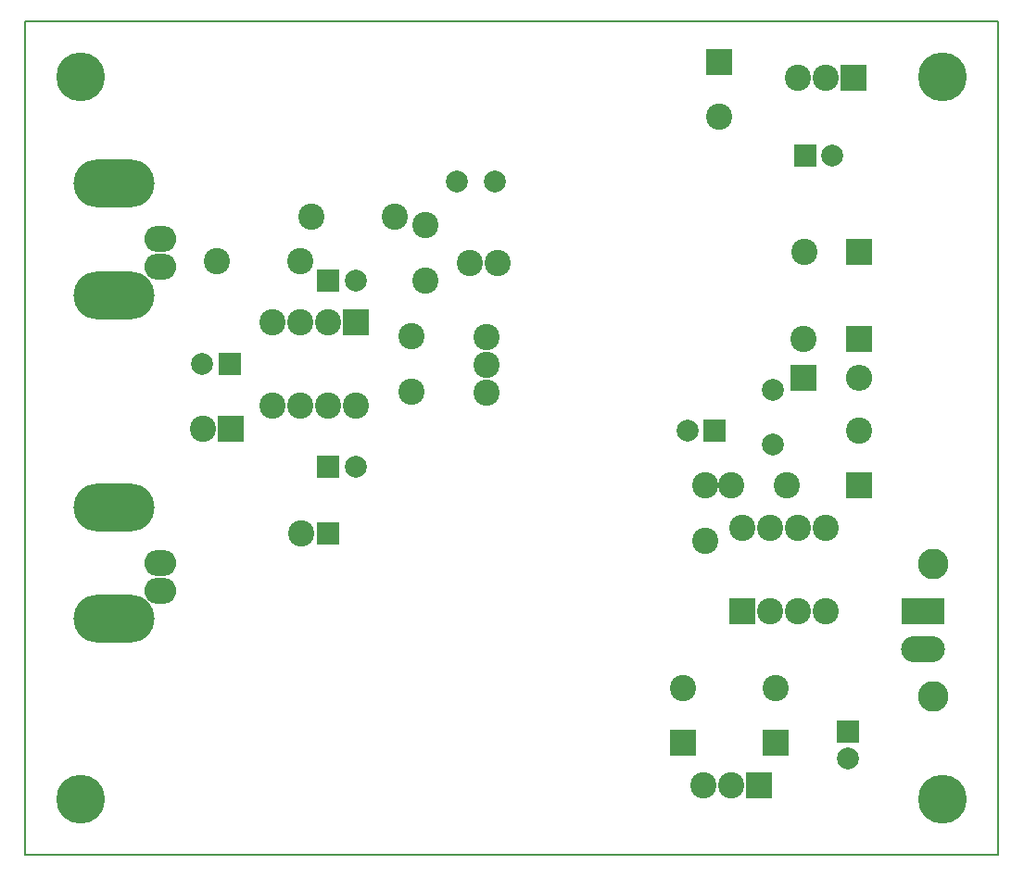
<source format=gbr>
G04 #@! TF.GenerationSoftware,KiCad,Pcbnew,5.1.4-e60b266~84~ubuntu18.04.1*
G04 #@! TF.CreationDate,2019-10-16T17:25:34-03:00*
G04 #@! TF.ProjectId,preamp,70726561-6d70-42e6-9b69-6361645f7063,rev?*
G04 #@! TF.SameCoordinates,Original*
G04 #@! TF.FileFunction,Soldermask,Top*
G04 #@! TF.FilePolarity,Negative*
%FSLAX45Y45*%
G04 Gerber Fmt 4.5, Leading zero omitted, Abs format (unit mm)*
G04 Created by KiCad (PCBNEW 5.1.4-e60b266~84~ubuntu18.04.1) date 2019-10-16 17:25:34*
%MOMM*%
%LPD*%
G04 APERTURE LIST*
%ADD10C,0.200000*%
%ADD11O,7.400240X4.400000*%
%ADD12O,2.899360X2.400000*%
%ADD13O,7.400240X4.401200*%
%ADD14O,2.899360X2.402000*%
%ADD15C,2.000000*%
%ADD16R,2.000000X2.000000*%
%ADD17C,2.400000*%
%ADD18O,4.000000X2.400000*%
%ADD19R,4.000000X2.400000*%
%ADD20C,2.800000*%
%ADD21C,4.464000*%
%ADD22R,2.400000X2.400000*%
%ADD23O,2.400000X2.400000*%
G04 APERTURE END LIST*
D10*
X5080000Y-5080000D02*
X13970000Y-5080000D01*
X13970000Y-5080000D02*
X13970000Y-12700000D01*
X5080000Y-12700000D02*
X13970000Y-12700000D01*
X5080000Y-5080000D02*
X5080000Y-12700000D01*
D11*
X5886460Y-10542778D03*
X5886460Y-9522968D03*
D12*
X6312926Y-10033000D03*
X6312926Y-10282936D03*
D13*
X5886460Y-7579878D03*
X5886460Y-6560068D03*
D14*
X6312926Y-7070100D03*
X6312926Y-7320036D03*
D15*
X8094800Y-7451100D03*
D16*
X7844800Y-7451100D03*
D17*
X9144000Y-7289800D03*
X9398000Y-7289800D03*
D15*
X9372600Y-6540500D03*
X9022600Y-6540500D03*
D18*
X13284200Y-10820400D03*
D19*
X13284200Y-10470400D03*
D20*
X13374200Y-11250400D03*
X13374200Y-10040400D03*
D21*
X5588000Y-5588000D03*
D17*
X8606800Y-8467100D03*
X8606800Y-7959100D03*
D21*
X13462000Y-5588000D03*
D22*
X8098800Y-7832100D03*
D17*
X7336800Y-8594100D03*
X7844800Y-7832100D03*
X7590800Y-8594100D03*
X7590800Y-7832100D03*
X7844800Y-8594100D03*
X7336800Y-7832100D03*
X8098800Y-8594100D03*
X8733800Y-7451100D03*
X8733800Y-6943100D03*
D22*
X11938000Y-11671300D03*
D17*
X11938000Y-11171300D03*
D22*
X11087100Y-11671300D03*
D17*
X11087100Y-11171300D03*
D22*
X12696200Y-7184400D03*
D17*
X12196200Y-7184400D03*
D22*
X12188200Y-8340100D03*
D23*
X12696200Y-8340100D03*
D22*
X12696200Y-7984500D03*
D17*
X12188200Y-7984500D03*
X7692400Y-6866900D03*
X8454400Y-6866900D03*
X6828800Y-7273300D03*
X7590800Y-7273300D03*
X9296400Y-7962900D03*
X9296400Y-8216900D03*
X9296400Y-8470900D03*
D22*
X11629400Y-10473700D03*
D17*
X12391400Y-9711700D03*
X11883400Y-10473700D03*
X12137400Y-9711700D03*
X12137400Y-10473700D03*
X11883400Y-9711700D03*
X12391400Y-10473700D03*
X11629400Y-9711700D03*
D22*
X12645400Y-5596900D03*
D17*
X12391400Y-5596900D03*
X12137400Y-5596900D03*
D22*
X11785600Y-12065000D03*
D17*
X11531600Y-12065000D03*
X11277600Y-12065000D03*
X11531600Y-9318000D03*
X12039600Y-9318000D03*
X11286500Y-9826000D03*
X11286500Y-9318000D03*
D21*
X5588000Y-12192000D03*
D22*
X6955600Y-8801100D03*
D17*
X6705600Y-8801100D03*
D21*
X13462000Y-12192000D03*
D22*
X12696200Y-9318000D03*
D17*
X12696200Y-8818000D03*
D22*
X11417300Y-5448300D03*
D17*
X11417300Y-5948300D03*
D16*
X7844800Y-9762500D03*
D17*
X7594800Y-9762500D03*
D15*
X11908800Y-8949700D03*
X11908800Y-8449700D03*
D16*
X11375400Y-8822700D03*
D15*
X11125400Y-8822700D03*
X12598400Y-11819700D03*
D16*
X12598400Y-11569700D03*
X6943100Y-8213100D03*
D15*
X6693100Y-8213100D03*
X8094800Y-9152900D03*
D16*
X7844800Y-9152900D03*
X12200900Y-6308100D03*
D15*
X12450900Y-6308100D03*
M02*

</source>
